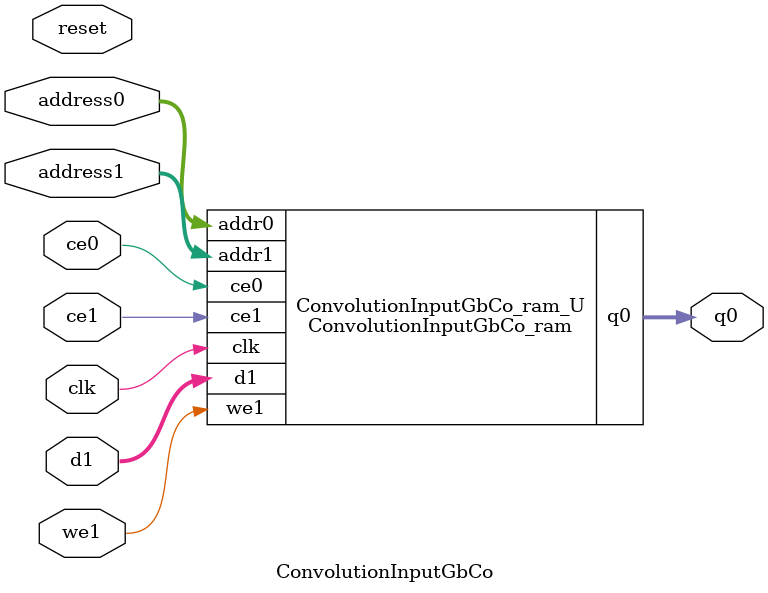
<source format=v>

`timescale 1 ns / 1 ps
module ConvolutionInputGbCo_ram (addr0, ce0, q0, addr1, ce1, d1, we1,  clk);

parameter DWIDTH = 32;
parameter AWIDTH = 7;
parameter MEM_SIZE = 96;

input[AWIDTH-1:0] addr0;
input ce0;
output reg[DWIDTH-1:0] q0;
input[AWIDTH-1:0] addr1;
input ce1;
input[DWIDTH-1:0] d1;
input we1;
input clk;

reg [DWIDTH-1:0] ram[0:MEM_SIZE-1];




always @(posedge clk)  
begin 
    if (ce0) 
    begin
            q0 <= ram[addr0];
    end
end


always @(posedge clk)  
begin 
    if (ce1) 
    begin
        if (we1) 
        begin 
            ram[addr1] <= d1; 
        end 
    end
end


endmodule


`timescale 1 ns / 1 ps
module ConvolutionInputGbCo(
    reset,
    clk,
    address0,
    ce0,
    q0,
    address1,
    ce1,
    we1,
    d1);

parameter DataWidth = 32'd32;
parameter AddressRange = 32'd96;
parameter AddressWidth = 32'd7;
input reset;
input clk;
input[AddressWidth - 1:0] address0;
input ce0;
output[DataWidth - 1:0] q0;
input[AddressWidth - 1:0] address1;
input ce1;
input we1;
input[DataWidth - 1:0] d1;



ConvolutionInputGbCo_ram ConvolutionInputGbCo_ram_U(
    .clk( clk ),
    .addr0( address0 ),
    .ce0( ce0 ),
    .q0( q0 ),
    .addr1( address1 ),
    .ce1( ce1 ),
    .we1( we1 ),
    .d1( d1 ));

endmodule


</source>
